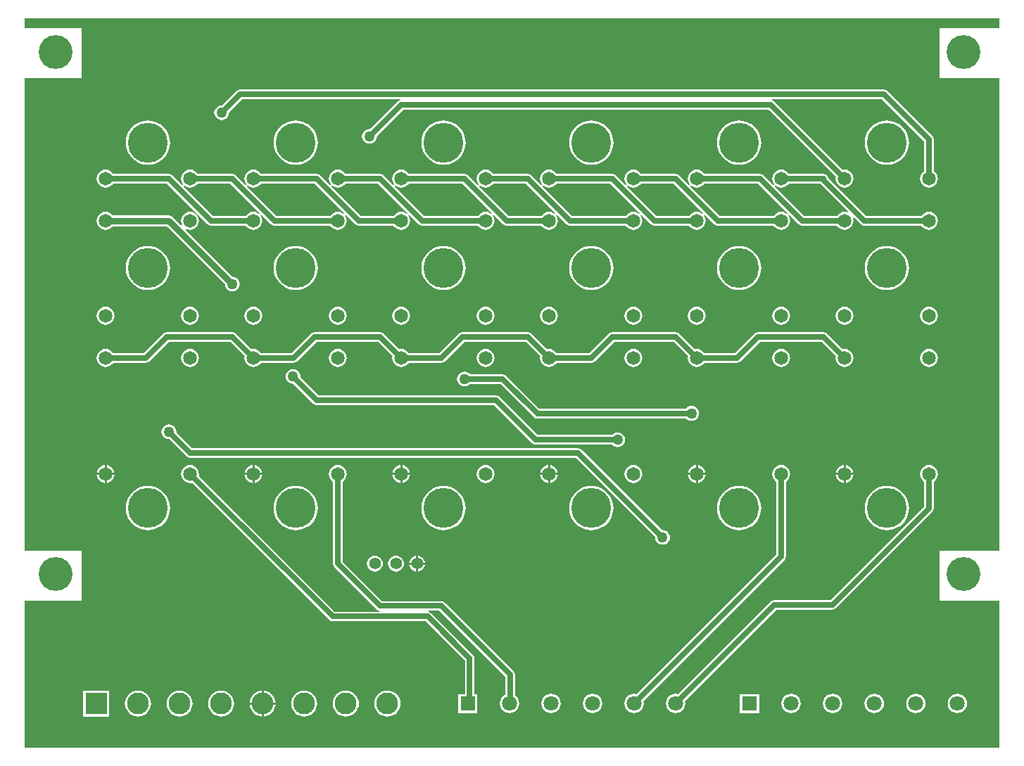
<source format=gbl>
G04*
G04 #@! TF.GenerationSoftware,Altium Limited,Altium Designer,19.1.8 (144)*
G04*
G04 Layer_Physical_Order=2*
G04 Layer_Color=16711680*
%FSLAX25Y25*%
%MOIN*%
G70*
G01*
G75*
%ADD23C,0.02500*%
%ADD24C,0.07087*%
%ADD25R,0.07087X0.07087*%
%ADD26C,0.06496*%
%ADD27C,0.18898*%
%ADD28C,0.05512*%
%ADD29C,0.10335*%
%ADD30R,0.10335X0.10335*%
%ADD31C,0.16000*%
%ADD32C,0.05000*%
%ADD33C,0.03000*%
G36*
X583471Y453750D02*
X555000D01*
Y430000D01*
X583471D01*
X583471Y206250D01*
X555000D01*
Y182500D01*
X583471D01*
X583471Y112779D01*
X121529D01*
X121529Y182500D01*
X148750D01*
Y206250D01*
X121529D01*
X121529Y430000D01*
X148750D01*
Y453750D01*
X121529D01*
Y458471D01*
X583471D01*
Y453750D01*
D02*
G37*
%LPC*%
G36*
X530000Y410068D02*
X528360Y409939D01*
X526761Y409555D01*
X525242Y408925D01*
X523839Y408066D01*
X522589Y406998D01*
X521521Y405747D01*
X520661Y404345D01*
X520032Y402825D01*
X519648Y401226D01*
X519519Y399587D01*
X519648Y397947D01*
X520032Y396348D01*
X520661Y394828D01*
X521521Y393426D01*
X522589Y392175D01*
X523839Y391107D01*
X525242Y390248D01*
X526761Y389618D01*
X528360Y389234D01*
X530000Y389106D01*
X531640Y389234D01*
X533239Y389618D01*
X534758Y390248D01*
X536161Y391107D01*
X537411Y392175D01*
X538479Y393426D01*
X539339Y394828D01*
X539968Y396348D01*
X540352Y397947D01*
X540481Y399587D01*
X540352Y401226D01*
X539968Y402825D01*
X539339Y404345D01*
X538479Y405747D01*
X537411Y406998D01*
X536161Y408066D01*
X534758Y408925D01*
X533239Y409555D01*
X531640Y409939D01*
X530000Y410068D01*
D02*
G37*
G36*
X460000D02*
X458360Y409939D01*
X456761Y409555D01*
X455242Y408925D01*
X453839Y408066D01*
X452589Y406998D01*
X451521Y405747D01*
X450661Y404345D01*
X450032Y402825D01*
X449648Y401226D01*
X449519Y399587D01*
X449648Y397947D01*
X450032Y396348D01*
X450661Y394828D01*
X451521Y393426D01*
X452589Y392175D01*
X453839Y391107D01*
X455242Y390248D01*
X456761Y389618D01*
X458360Y389234D01*
X460000Y389106D01*
X461640Y389234D01*
X463239Y389618D01*
X464758Y390248D01*
X466161Y391107D01*
X467411Y392175D01*
X468479Y393426D01*
X469339Y394828D01*
X469968Y396348D01*
X470352Y397947D01*
X470481Y399587D01*
X470352Y401226D01*
X469968Y402825D01*
X469339Y404345D01*
X468479Y405747D01*
X467411Y406998D01*
X466161Y408066D01*
X464758Y408925D01*
X463239Y409555D01*
X461640Y409939D01*
X460000Y410068D01*
D02*
G37*
G36*
X390000D02*
X388360Y409939D01*
X386761Y409555D01*
X385242Y408925D01*
X383839Y408066D01*
X382589Y406998D01*
X381521Y405747D01*
X380661Y404345D01*
X380032Y402825D01*
X379648Y401226D01*
X379519Y399587D01*
X379648Y397947D01*
X380032Y396348D01*
X380661Y394828D01*
X381521Y393426D01*
X382589Y392175D01*
X383839Y391107D01*
X385242Y390248D01*
X386761Y389618D01*
X388360Y389234D01*
X390000Y389106D01*
X391640Y389234D01*
X393239Y389618D01*
X394758Y390248D01*
X396161Y391107D01*
X397411Y392175D01*
X398479Y393426D01*
X399339Y394828D01*
X399968Y396348D01*
X400352Y397947D01*
X400481Y399587D01*
X400352Y401226D01*
X399968Y402825D01*
X399339Y404345D01*
X398479Y405747D01*
X397411Y406998D01*
X396161Y408066D01*
X394758Y408925D01*
X393239Y409555D01*
X391640Y409939D01*
X390000Y410068D01*
D02*
G37*
G36*
X320000D02*
X318360Y409939D01*
X316761Y409555D01*
X315242Y408925D01*
X313839Y408066D01*
X312589Y406998D01*
X311521Y405747D01*
X310661Y404345D01*
X310032Y402825D01*
X309648Y401226D01*
X309519Y399587D01*
X309648Y397947D01*
X310032Y396348D01*
X310661Y394828D01*
X311521Y393426D01*
X312589Y392175D01*
X313839Y391107D01*
X315242Y390248D01*
X316761Y389618D01*
X318360Y389234D01*
X320000Y389106D01*
X321640Y389234D01*
X323239Y389618D01*
X324758Y390248D01*
X326161Y391107D01*
X327411Y392175D01*
X328479Y393426D01*
X329339Y394828D01*
X329968Y396348D01*
X330352Y397947D01*
X330481Y399587D01*
X330352Y401226D01*
X329968Y402825D01*
X329339Y404345D01*
X328479Y405747D01*
X327411Y406998D01*
X326161Y408066D01*
X324758Y408925D01*
X323239Y409555D01*
X321640Y409939D01*
X320000Y410068D01*
D02*
G37*
G36*
X250000D02*
X248360Y409939D01*
X246761Y409555D01*
X245242Y408925D01*
X243839Y408066D01*
X242589Y406998D01*
X241521Y405747D01*
X240661Y404345D01*
X240032Y402825D01*
X239648Y401226D01*
X239519Y399587D01*
X239648Y397947D01*
X240032Y396348D01*
X240661Y394828D01*
X241521Y393426D01*
X242589Y392175D01*
X243839Y391107D01*
X245242Y390248D01*
X246761Y389618D01*
X248360Y389234D01*
X250000Y389106D01*
X251640Y389234D01*
X253239Y389618D01*
X254758Y390248D01*
X256161Y391107D01*
X257411Y392175D01*
X258479Y393426D01*
X259339Y394828D01*
X259968Y396348D01*
X260352Y397947D01*
X260481Y399587D01*
X260352Y401226D01*
X259968Y402825D01*
X259339Y404345D01*
X258479Y405747D01*
X257411Y406998D01*
X256161Y408066D01*
X254758Y408925D01*
X253239Y409555D01*
X251640Y409939D01*
X250000Y410068D01*
D02*
G37*
G36*
X180000D02*
X178360Y409939D01*
X176761Y409555D01*
X175242Y408925D01*
X173839Y408066D01*
X172589Y406998D01*
X171521Y405747D01*
X170661Y404345D01*
X170032Y402825D01*
X169648Y401226D01*
X169519Y399587D01*
X169648Y397947D01*
X170032Y396348D01*
X170661Y394828D01*
X171521Y393426D01*
X172589Y392175D01*
X173839Y391107D01*
X175242Y390248D01*
X176761Y389618D01*
X178360Y389234D01*
X180000Y389106D01*
X181640Y389234D01*
X183239Y389618D01*
X184758Y390248D01*
X186161Y391107D01*
X187411Y392175D01*
X188479Y393426D01*
X189339Y394828D01*
X189968Y396348D01*
X190352Y397947D01*
X190481Y399587D01*
X190352Y401226D01*
X189968Y402825D01*
X189339Y404345D01*
X188479Y405747D01*
X187411Y406998D01*
X186161Y408066D01*
X184758Y408925D01*
X183239Y409555D01*
X181640Y409939D01*
X180000Y410068D01*
D02*
G37*
G36*
X480000Y386785D02*
X478891Y386639D01*
X477858Y386211D01*
X476970Y385530D01*
X476289Y384642D01*
X475861Y383609D01*
X475715Y382500D01*
X475861Y381391D01*
X476289Y380358D01*
X476641Y379900D01*
X476537Y379588D01*
X476386Y379410D01*
X476332Y379412D01*
X471622Y384122D01*
X470878Y384619D01*
X470000Y384794D01*
X443594D01*
X443030Y385530D01*
X442142Y386211D01*
X441109Y386639D01*
X440000Y386785D01*
X438891Y386639D01*
X437858Y386211D01*
X436970Y385530D01*
X436289Y384642D01*
X435861Y383609D01*
X435715Y382500D01*
X435861Y381391D01*
X436289Y380358D01*
X436641Y379900D01*
X436537Y379588D01*
X436386Y379410D01*
X436332Y379412D01*
X431622Y384122D01*
X430878Y384619D01*
X430000Y384794D01*
X413594D01*
X413030Y385530D01*
X412142Y386211D01*
X411109Y386639D01*
X410000Y386785D01*
X408891Y386639D01*
X407858Y386211D01*
X406970Y385530D01*
X406289Y384642D01*
X405861Y383609D01*
X405715Y382500D01*
X405861Y381391D01*
X406289Y380358D01*
X406640Y379900D01*
X406537Y379588D01*
X406386Y379410D01*
X406332Y379412D01*
X401622Y384122D01*
X400878Y384619D01*
X400000Y384794D01*
X373594D01*
X373030Y385530D01*
X372142Y386211D01*
X371109Y386639D01*
X370000Y386785D01*
X368891Y386639D01*
X367858Y386211D01*
X366970Y385530D01*
X366289Y384642D01*
X365861Y383609D01*
X365715Y382500D01*
X365861Y381391D01*
X366289Y380358D01*
X366640Y379900D01*
X366537Y379588D01*
X366386Y379410D01*
X366332Y379412D01*
X361622Y384122D01*
X360878Y384619D01*
X360000Y384794D01*
X343594D01*
X343030Y385530D01*
X342142Y386211D01*
X341109Y386639D01*
X340000Y386785D01*
X338891Y386639D01*
X337858Y386211D01*
X336970Y385530D01*
X336289Y384642D01*
X335861Y383609D01*
X335715Y382500D01*
X335861Y381391D01*
X336289Y380358D01*
X336641Y379900D01*
X336537Y379588D01*
X336386Y379410D01*
X336332Y379412D01*
X331622Y384122D01*
X330878Y384619D01*
X330000Y384794D01*
X303594D01*
X303030Y385530D01*
X302142Y386211D01*
X301109Y386639D01*
X300000Y386785D01*
X298891Y386639D01*
X297858Y386211D01*
X296970Y385530D01*
X296289Y384642D01*
X295861Y383609D01*
X295715Y382500D01*
X295861Y381391D01*
X296289Y380358D01*
X296640Y379900D01*
X296537Y379588D01*
X296386Y379410D01*
X296332Y379412D01*
X291622Y384122D01*
X290878Y384619D01*
X290000Y384794D01*
X273594D01*
X273030Y385530D01*
X272142Y386211D01*
X271109Y386639D01*
X270000Y386785D01*
X268891Y386639D01*
X267858Y386211D01*
X266970Y385530D01*
X266289Y384642D01*
X265861Y383609D01*
X265715Y382500D01*
X265861Y381391D01*
X266289Y380358D01*
X266640Y379900D01*
X266537Y379588D01*
X266386Y379410D01*
X266332Y379412D01*
X261622Y384122D01*
X260878Y384619D01*
X260000Y384794D01*
X233594D01*
X233030Y385530D01*
X232142Y386211D01*
X231109Y386639D01*
X230000Y386785D01*
X228891Y386639D01*
X227858Y386211D01*
X226970Y385530D01*
X226289Y384642D01*
X225861Y383609D01*
X225715Y382500D01*
X225861Y381391D01*
X226289Y380358D01*
X226641Y379900D01*
X226537Y379588D01*
X226386Y379410D01*
X226332Y379412D01*
X221622Y384122D01*
X220878Y384619D01*
X220000Y384794D01*
X203594D01*
X203030Y385530D01*
X202142Y386211D01*
X201109Y386639D01*
X200000Y386785D01*
X198891Y386639D01*
X197858Y386211D01*
X196970Y385530D01*
X196289Y384642D01*
X195861Y383609D01*
X195715Y382500D01*
X195861Y381391D01*
X196289Y380358D01*
X196641Y379900D01*
X196537Y379588D01*
X196386Y379410D01*
X196332Y379412D01*
X191622Y384122D01*
X190878Y384619D01*
X190000Y384794D01*
X163594D01*
X163030Y385530D01*
X162142Y386211D01*
X161109Y386639D01*
X160000Y386785D01*
X158891Y386639D01*
X157858Y386211D01*
X156970Y385530D01*
X156289Y384642D01*
X155861Y383609D01*
X155715Y382500D01*
X155861Y381391D01*
X156289Y380358D01*
X156970Y379470D01*
X157858Y378789D01*
X158891Y378361D01*
X160000Y378215D01*
X161109Y378361D01*
X162142Y378789D01*
X163030Y379470D01*
X163594Y380206D01*
X189050D01*
X203313Y365942D01*
X202983Y365566D01*
X202699Y365784D01*
X202142Y366211D01*
X201109Y366639D01*
X200000Y366785D01*
X198891Y366639D01*
X197858Y366211D01*
X196970Y365530D01*
X196289Y364642D01*
X195861Y363609D01*
X195715Y362500D01*
X195861Y361391D01*
X196173Y360639D01*
X195749Y360356D01*
X191802Y364302D01*
X190975Y364855D01*
X190000Y365049D01*
X163399D01*
X163030Y365530D01*
X162142Y366211D01*
X161109Y366639D01*
X160000Y366785D01*
X158891Y366639D01*
X157858Y366211D01*
X156970Y365530D01*
X156289Y364642D01*
X155861Y363609D01*
X155715Y362500D01*
X155861Y361391D01*
X156289Y360358D01*
X156970Y359470D01*
X157858Y358789D01*
X158891Y358361D01*
X160000Y358215D01*
X161109Y358361D01*
X162142Y358789D01*
X163030Y359470D01*
X163399Y359951D01*
X188944D01*
X216481Y332414D01*
X216590Y331586D01*
X216943Y330735D01*
X217504Y330004D01*
X218235Y329443D01*
X219086Y329090D01*
X220000Y328970D01*
X220914Y329090D01*
X221765Y329443D01*
X222496Y330004D01*
X223057Y330735D01*
X223410Y331586D01*
X223530Y332500D01*
X223410Y333414D01*
X223057Y334265D01*
X222496Y334996D01*
X221765Y335557D01*
X220914Y335910D01*
X220086Y336019D01*
X197856Y358249D01*
X198139Y358673D01*
X198891Y358361D01*
X200000Y358215D01*
X201109Y358361D01*
X202142Y358789D01*
X203030Y359470D01*
X203711Y360358D01*
X204139Y361391D01*
X204285Y362500D01*
X204139Y363609D01*
X203711Y364642D01*
X203284Y365199D01*
X203066Y365483D01*
X203442Y365813D01*
X208378Y360878D01*
X209122Y360381D01*
X210000Y360206D01*
X226406D01*
X226970Y359470D01*
X227858Y358789D01*
X228891Y358361D01*
X230000Y358215D01*
X231109Y358361D01*
X232142Y358789D01*
X233030Y359470D01*
X233711Y360358D01*
X234139Y361391D01*
X234285Y362500D01*
X234139Y363609D01*
X233711Y364642D01*
X233360Y365100D01*
X233463Y365412D01*
X233614Y365590D01*
X233668Y365588D01*
X238378Y360878D01*
X239122Y360381D01*
X240000Y360206D01*
X266406D01*
X266970Y359470D01*
X267858Y358789D01*
X268891Y358361D01*
X270000Y358215D01*
X271109Y358361D01*
X272142Y358789D01*
X273030Y359470D01*
X273711Y360358D01*
X274139Y361391D01*
X274285Y362500D01*
X274139Y363609D01*
X273711Y364642D01*
X273359Y365100D01*
X273463Y365412D01*
X273614Y365590D01*
X273668Y365588D01*
X278378Y360878D01*
X279122Y360381D01*
X280000Y360206D01*
X296406D01*
X296970Y359470D01*
X297858Y358789D01*
X298891Y358361D01*
X300000Y358215D01*
X301109Y358361D01*
X302142Y358789D01*
X303030Y359470D01*
X303711Y360358D01*
X304139Y361391D01*
X304285Y362500D01*
X304139Y363609D01*
X303711Y364642D01*
X303360Y365100D01*
X303463Y365412D01*
X303614Y365590D01*
X303668Y365588D01*
X308378Y360878D01*
X309122Y360381D01*
X310000Y360206D01*
X336406D01*
X336970Y359470D01*
X337858Y358789D01*
X338891Y358361D01*
X340000Y358215D01*
X341109Y358361D01*
X342142Y358789D01*
X343030Y359470D01*
X343711Y360358D01*
X344139Y361391D01*
X344285Y362500D01*
X344139Y363609D01*
X343711Y364642D01*
X343359Y365100D01*
X343463Y365412D01*
X343614Y365590D01*
X343668Y365588D01*
X348378Y360878D01*
X349122Y360381D01*
X350000Y360206D01*
X366406D01*
X366970Y359470D01*
X367858Y358789D01*
X368891Y358361D01*
X370000Y358215D01*
X371109Y358361D01*
X372142Y358789D01*
X373030Y359470D01*
X373711Y360358D01*
X374139Y361391D01*
X374285Y362500D01*
X374139Y363609D01*
X373711Y364642D01*
X373359Y365100D01*
X373463Y365412D01*
X373614Y365590D01*
X373668Y365588D01*
X378378Y360878D01*
X379122Y360381D01*
X380000Y360206D01*
X406406D01*
X406970Y359470D01*
X407858Y358789D01*
X408891Y358361D01*
X410000Y358215D01*
X411109Y358361D01*
X412142Y358789D01*
X413030Y359470D01*
X413711Y360358D01*
X414139Y361391D01*
X414285Y362500D01*
X414139Y363609D01*
X413711Y364642D01*
X413359Y365100D01*
X413463Y365412D01*
X413614Y365590D01*
X413668Y365588D01*
X418378Y360878D01*
X419122Y360381D01*
X420000Y360206D01*
X436406D01*
X436970Y359470D01*
X437858Y358789D01*
X438891Y358361D01*
X440000Y358215D01*
X441109Y358361D01*
X442142Y358789D01*
X443030Y359470D01*
X443711Y360358D01*
X444139Y361391D01*
X444285Y362500D01*
X444139Y363609D01*
X443711Y364642D01*
X443360Y365100D01*
X443463Y365412D01*
X443614Y365590D01*
X443668Y365588D01*
X448378Y360878D01*
X449122Y360381D01*
X450000Y360206D01*
X476406D01*
X476970Y359470D01*
X477858Y358789D01*
X478891Y358361D01*
X480000Y358215D01*
X481109Y358361D01*
X482142Y358789D01*
X483030Y359470D01*
X483711Y360358D01*
X484139Y361391D01*
X484285Y362500D01*
X484139Y363609D01*
X483711Y364642D01*
X483359Y365100D01*
X483463Y365412D01*
X483614Y365590D01*
X483668Y365588D01*
X488378Y360878D01*
X489122Y360381D01*
X490000Y360206D01*
X506406D01*
X506970Y359470D01*
X507858Y358789D01*
X508891Y358361D01*
X510000Y358215D01*
X511109Y358361D01*
X512142Y358789D01*
X513030Y359470D01*
X513711Y360358D01*
X514139Y361391D01*
X514285Y362500D01*
X514139Y363609D01*
X514074Y363765D01*
X514498Y364049D01*
X517668Y360878D01*
X518413Y360381D01*
X519291Y360206D01*
X546406D01*
X546970Y359470D01*
X547858Y358789D01*
X548891Y358361D01*
X550000Y358215D01*
X551109Y358361D01*
X552142Y358789D01*
X553030Y359470D01*
X553711Y360358D01*
X554139Y361391D01*
X554285Y362500D01*
X554139Y363609D01*
X553711Y364642D01*
X553030Y365530D01*
X552142Y366211D01*
X551109Y366639D01*
X550000Y366785D01*
X548891Y366639D01*
X547858Y366211D01*
X546970Y365530D01*
X546406Y364794D01*
X520241D01*
X502234Y382801D01*
X502119Y383378D01*
X501622Y384122D01*
X500878Y384619D01*
X500000Y384794D01*
X483594D01*
X483030Y385530D01*
X482142Y386211D01*
X481109Y386639D01*
X480000Y386785D01*
D02*
G37*
G36*
X528750Y424794D02*
X223750D01*
X222872Y424619D01*
X222128Y424122D01*
X215253Y417247D01*
X215000Y417280D01*
X214086Y417160D01*
X213235Y416807D01*
X212504Y416246D01*
X211943Y415515D01*
X211590Y414664D01*
X211470Y413750D01*
X211590Y412836D01*
X211943Y411985D01*
X212504Y411254D01*
X213235Y410693D01*
X214086Y410340D01*
X215000Y410220D01*
X215914Y410340D01*
X216765Y410693D01*
X217496Y411254D01*
X218057Y411985D01*
X218410Y412836D01*
X218530Y413750D01*
X218497Y414003D01*
X224700Y420206D01*
X299507D01*
X299557Y419706D01*
X299122Y419619D01*
X298378Y419122D01*
X285253Y405997D01*
X285000Y406030D01*
X284086Y405910D01*
X283235Y405557D01*
X282504Y404996D01*
X281943Y404265D01*
X281590Y403414D01*
X281470Y402500D01*
X281590Y401586D01*
X281943Y400735D01*
X282504Y400004D01*
X283235Y399443D01*
X284086Y399090D01*
X285000Y398970D01*
X285914Y399090D01*
X286765Y399443D01*
X287496Y400004D01*
X288057Y400735D01*
X288410Y401586D01*
X288530Y402500D01*
X288497Y402753D01*
X300950Y415206D01*
X474050D01*
X505836Y383419D01*
X505715Y382500D01*
X505861Y381391D01*
X506289Y380358D01*
X506970Y379470D01*
X507858Y378789D01*
X508891Y378361D01*
X510000Y378215D01*
X511109Y378361D01*
X512142Y378789D01*
X513030Y379470D01*
X513711Y380358D01*
X514139Y381391D01*
X514285Y382500D01*
X514139Y383609D01*
X513711Y384642D01*
X513030Y385530D01*
X512142Y386211D01*
X511109Y386639D01*
X510000Y386785D01*
X509081Y386664D01*
X476622Y419122D01*
X475878Y419619D01*
X475443Y419706D01*
X475492Y420206D01*
X527800D01*
X547706Y400300D01*
Y386094D01*
X546970Y385530D01*
X546289Y384642D01*
X545861Y383609D01*
X545715Y382500D01*
X545861Y381391D01*
X546289Y380358D01*
X546970Y379470D01*
X547858Y378789D01*
X548891Y378361D01*
X550000Y378215D01*
X551109Y378361D01*
X552142Y378789D01*
X553030Y379470D01*
X553711Y380358D01*
X554139Y381391D01*
X554285Y382500D01*
X554139Y383609D01*
X553711Y384642D01*
X553030Y385530D01*
X552294Y386094D01*
Y401250D01*
X552119Y402128D01*
X551622Y402872D01*
X530372Y424122D01*
X529628Y424619D01*
X528750Y424794D01*
D02*
G37*
G36*
X530000Y350619D02*
X528360Y350490D01*
X526761Y350106D01*
X525242Y349477D01*
X523839Y348617D01*
X522589Y347549D01*
X521521Y346298D01*
X520661Y344896D01*
X520032Y343377D01*
X519648Y341777D01*
X519519Y340138D01*
X519648Y338498D01*
X520032Y336899D01*
X520661Y335380D01*
X521521Y333977D01*
X522589Y332727D01*
X523839Y331658D01*
X525242Y330799D01*
X526761Y330170D01*
X528360Y329786D01*
X530000Y329657D01*
X531640Y329786D01*
X533239Y330170D01*
X534758Y330799D01*
X536161Y331658D01*
X537411Y332727D01*
X538479Y333977D01*
X539339Y335380D01*
X539968Y336899D01*
X540352Y338498D01*
X540481Y340138D01*
X540352Y341777D01*
X539968Y343377D01*
X539339Y344896D01*
X538479Y346298D01*
X537411Y347549D01*
X536161Y348617D01*
X534758Y349477D01*
X533239Y350106D01*
X531640Y350490D01*
X530000Y350619D01*
D02*
G37*
G36*
X460000D02*
X458360Y350490D01*
X456761Y350106D01*
X455242Y349477D01*
X453839Y348617D01*
X452589Y347549D01*
X451521Y346298D01*
X450661Y344896D01*
X450032Y343377D01*
X449648Y341777D01*
X449519Y340138D01*
X449648Y338498D01*
X450032Y336899D01*
X450661Y335380D01*
X451521Y333977D01*
X452589Y332727D01*
X453839Y331658D01*
X455242Y330799D01*
X456761Y330170D01*
X458360Y329786D01*
X460000Y329657D01*
X461640Y329786D01*
X463239Y330170D01*
X464758Y330799D01*
X466161Y331658D01*
X467411Y332727D01*
X468479Y333977D01*
X469339Y335380D01*
X469968Y336899D01*
X470352Y338498D01*
X470481Y340138D01*
X470352Y341777D01*
X469968Y343377D01*
X469339Y344896D01*
X468479Y346298D01*
X467411Y347549D01*
X466161Y348617D01*
X464758Y349477D01*
X463239Y350106D01*
X461640Y350490D01*
X460000Y350619D01*
D02*
G37*
G36*
X390000D02*
X388360Y350490D01*
X386761Y350106D01*
X385242Y349477D01*
X383839Y348617D01*
X382589Y347549D01*
X381521Y346298D01*
X380661Y344896D01*
X380032Y343377D01*
X379648Y341777D01*
X379519Y340138D01*
X379648Y338498D01*
X380032Y336899D01*
X380661Y335380D01*
X381521Y333977D01*
X382589Y332727D01*
X383839Y331658D01*
X385242Y330799D01*
X386761Y330170D01*
X388360Y329786D01*
X390000Y329657D01*
X391640Y329786D01*
X393239Y330170D01*
X394758Y330799D01*
X396161Y331658D01*
X397411Y332727D01*
X398479Y333977D01*
X399339Y335380D01*
X399968Y336899D01*
X400352Y338498D01*
X400481Y340138D01*
X400352Y341777D01*
X399968Y343377D01*
X399339Y344896D01*
X398479Y346298D01*
X397411Y347549D01*
X396161Y348617D01*
X394758Y349477D01*
X393239Y350106D01*
X391640Y350490D01*
X390000Y350619D01*
D02*
G37*
G36*
X320000D02*
X318360Y350490D01*
X316761Y350106D01*
X315242Y349477D01*
X313839Y348617D01*
X312589Y347549D01*
X311521Y346298D01*
X310661Y344896D01*
X310032Y343377D01*
X309648Y341777D01*
X309519Y340138D01*
X309648Y338498D01*
X310032Y336899D01*
X310661Y335380D01*
X311521Y333977D01*
X312589Y332727D01*
X313839Y331658D01*
X315242Y330799D01*
X316761Y330170D01*
X318360Y329786D01*
X320000Y329657D01*
X321640Y329786D01*
X323239Y330170D01*
X324758Y330799D01*
X326161Y331658D01*
X327411Y332727D01*
X328479Y333977D01*
X329339Y335380D01*
X329968Y336899D01*
X330352Y338498D01*
X330481Y340138D01*
X330352Y341777D01*
X329968Y343377D01*
X329339Y344896D01*
X328479Y346298D01*
X327411Y347549D01*
X326161Y348617D01*
X324758Y349477D01*
X323239Y350106D01*
X321640Y350490D01*
X320000Y350619D01*
D02*
G37*
G36*
X250000D02*
X248360Y350490D01*
X246761Y350106D01*
X245242Y349477D01*
X243839Y348617D01*
X242589Y347549D01*
X241521Y346298D01*
X240661Y344896D01*
X240032Y343377D01*
X239648Y341777D01*
X239519Y340138D01*
X239648Y338498D01*
X240032Y336899D01*
X240661Y335380D01*
X241521Y333977D01*
X242589Y332727D01*
X243839Y331658D01*
X245242Y330799D01*
X246761Y330170D01*
X248360Y329786D01*
X250000Y329657D01*
X251640Y329786D01*
X253239Y330170D01*
X254758Y330799D01*
X256161Y331658D01*
X257411Y332727D01*
X258479Y333977D01*
X259339Y335380D01*
X259968Y336899D01*
X260352Y338498D01*
X260481Y340138D01*
X260352Y341777D01*
X259968Y343377D01*
X259339Y344896D01*
X258479Y346298D01*
X257411Y347549D01*
X256161Y348617D01*
X254758Y349477D01*
X253239Y350106D01*
X251640Y350490D01*
X250000Y350619D01*
D02*
G37*
G36*
X180000D02*
X178360Y350490D01*
X176761Y350106D01*
X175242Y349477D01*
X173839Y348617D01*
X172589Y347549D01*
X171521Y346298D01*
X170661Y344896D01*
X170032Y343377D01*
X169648Y341777D01*
X169519Y340138D01*
X169648Y338498D01*
X170032Y336899D01*
X170661Y335380D01*
X171521Y333977D01*
X172589Y332727D01*
X173839Y331658D01*
X175242Y330799D01*
X176761Y330170D01*
X178360Y329786D01*
X180000Y329657D01*
X181640Y329786D01*
X183239Y330170D01*
X184758Y330799D01*
X186161Y331658D01*
X187411Y332727D01*
X188479Y333977D01*
X189339Y335380D01*
X189968Y336899D01*
X190352Y338498D01*
X190481Y340138D01*
X190352Y341777D01*
X189968Y343377D01*
X189339Y344896D01*
X188479Y346298D01*
X187411Y347549D01*
X186161Y348617D01*
X184758Y349477D01*
X183239Y350106D01*
X181640Y350490D01*
X180000Y350619D01*
D02*
G37*
G36*
X550000Y321785D02*
X548891Y321639D01*
X547858Y321211D01*
X546970Y320530D01*
X546289Y319642D01*
X545861Y318609D01*
X545715Y317500D01*
X545861Y316391D01*
X546289Y315358D01*
X546970Y314470D01*
X547858Y313789D01*
X548891Y313361D01*
X550000Y313215D01*
X551109Y313361D01*
X552142Y313789D01*
X553030Y314470D01*
X553711Y315358D01*
X554139Y316391D01*
X554285Y317500D01*
X554139Y318609D01*
X553711Y319642D01*
X553030Y320530D01*
X552142Y321211D01*
X551109Y321639D01*
X550000Y321785D01*
D02*
G37*
G36*
X510000D02*
X508891Y321639D01*
X507858Y321211D01*
X506970Y320530D01*
X506289Y319642D01*
X505861Y318609D01*
X505715Y317500D01*
X505861Y316391D01*
X506289Y315358D01*
X506970Y314470D01*
X507858Y313789D01*
X508891Y313361D01*
X510000Y313215D01*
X511109Y313361D01*
X512142Y313789D01*
X513030Y314470D01*
X513711Y315358D01*
X514139Y316391D01*
X514285Y317500D01*
X514139Y318609D01*
X513711Y319642D01*
X513030Y320530D01*
X512142Y321211D01*
X511109Y321639D01*
X510000Y321785D01*
D02*
G37*
G36*
X480000D02*
X478891Y321639D01*
X477858Y321211D01*
X476970Y320530D01*
X476289Y319642D01*
X475861Y318609D01*
X475715Y317500D01*
X475861Y316391D01*
X476289Y315358D01*
X476970Y314470D01*
X477858Y313789D01*
X478891Y313361D01*
X480000Y313215D01*
X481109Y313361D01*
X482142Y313789D01*
X483030Y314470D01*
X483711Y315358D01*
X484139Y316391D01*
X484285Y317500D01*
X484139Y318609D01*
X483711Y319642D01*
X483030Y320530D01*
X482142Y321211D01*
X481109Y321639D01*
X480000Y321785D01*
D02*
G37*
G36*
X440000D02*
X438891Y321639D01*
X437858Y321211D01*
X436970Y320530D01*
X436289Y319642D01*
X435861Y318609D01*
X435715Y317500D01*
X435861Y316391D01*
X436289Y315358D01*
X436970Y314470D01*
X437858Y313789D01*
X438891Y313361D01*
X440000Y313215D01*
X441109Y313361D01*
X442142Y313789D01*
X443030Y314470D01*
X443711Y315358D01*
X444139Y316391D01*
X444285Y317500D01*
X444139Y318609D01*
X443711Y319642D01*
X443030Y320530D01*
X442142Y321211D01*
X441109Y321639D01*
X440000Y321785D01*
D02*
G37*
G36*
X410000D02*
X408891Y321639D01*
X407858Y321211D01*
X406970Y320530D01*
X406289Y319642D01*
X405861Y318609D01*
X405715Y317500D01*
X405861Y316391D01*
X406289Y315358D01*
X406970Y314470D01*
X407858Y313789D01*
X408891Y313361D01*
X410000Y313215D01*
X411109Y313361D01*
X412142Y313789D01*
X413030Y314470D01*
X413711Y315358D01*
X414139Y316391D01*
X414285Y317500D01*
X414139Y318609D01*
X413711Y319642D01*
X413030Y320530D01*
X412142Y321211D01*
X411109Y321639D01*
X410000Y321785D01*
D02*
G37*
G36*
X370000D02*
X368891Y321639D01*
X367858Y321211D01*
X366970Y320530D01*
X366289Y319642D01*
X365861Y318609D01*
X365715Y317500D01*
X365861Y316391D01*
X366289Y315358D01*
X366970Y314470D01*
X367858Y313789D01*
X368891Y313361D01*
X370000Y313215D01*
X371109Y313361D01*
X372142Y313789D01*
X373030Y314470D01*
X373711Y315358D01*
X374139Y316391D01*
X374285Y317500D01*
X374139Y318609D01*
X373711Y319642D01*
X373030Y320530D01*
X372142Y321211D01*
X371109Y321639D01*
X370000Y321785D01*
D02*
G37*
G36*
X340000D02*
X338891Y321639D01*
X337858Y321211D01*
X336970Y320530D01*
X336289Y319642D01*
X335861Y318609D01*
X335715Y317500D01*
X335861Y316391D01*
X336289Y315358D01*
X336970Y314470D01*
X337858Y313789D01*
X338891Y313361D01*
X340000Y313215D01*
X341109Y313361D01*
X342142Y313789D01*
X343030Y314470D01*
X343711Y315358D01*
X344139Y316391D01*
X344285Y317500D01*
X344139Y318609D01*
X343711Y319642D01*
X343030Y320530D01*
X342142Y321211D01*
X341109Y321639D01*
X340000Y321785D01*
D02*
G37*
G36*
X300000D02*
X298891Y321639D01*
X297858Y321211D01*
X296970Y320530D01*
X296289Y319642D01*
X295861Y318609D01*
X295715Y317500D01*
X295861Y316391D01*
X296289Y315358D01*
X296970Y314470D01*
X297858Y313789D01*
X298891Y313361D01*
X300000Y313215D01*
X301109Y313361D01*
X302142Y313789D01*
X303030Y314470D01*
X303711Y315358D01*
X304139Y316391D01*
X304285Y317500D01*
X304139Y318609D01*
X303711Y319642D01*
X303030Y320530D01*
X302142Y321211D01*
X301109Y321639D01*
X300000Y321785D01*
D02*
G37*
G36*
X270000D02*
X268891Y321639D01*
X267858Y321211D01*
X266970Y320530D01*
X266289Y319642D01*
X265861Y318609D01*
X265715Y317500D01*
X265861Y316391D01*
X266289Y315358D01*
X266970Y314470D01*
X267858Y313789D01*
X268891Y313361D01*
X270000Y313215D01*
X271109Y313361D01*
X272142Y313789D01*
X273030Y314470D01*
X273711Y315358D01*
X274139Y316391D01*
X274285Y317500D01*
X274139Y318609D01*
X273711Y319642D01*
X273030Y320530D01*
X272142Y321211D01*
X271109Y321639D01*
X270000Y321785D01*
D02*
G37*
G36*
X230000D02*
X228891Y321639D01*
X227858Y321211D01*
X226970Y320530D01*
X226289Y319642D01*
X225861Y318609D01*
X225715Y317500D01*
X225861Y316391D01*
X226289Y315358D01*
X226970Y314470D01*
X227858Y313789D01*
X228891Y313361D01*
X230000Y313215D01*
X231109Y313361D01*
X232142Y313789D01*
X233030Y314470D01*
X233711Y315358D01*
X234139Y316391D01*
X234285Y317500D01*
X234139Y318609D01*
X233711Y319642D01*
X233030Y320530D01*
X232142Y321211D01*
X231109Y321639D01*
X230000Y321785D01*
D02*
G37*
G36*
X200000D02*
X198891Y321639D01*
X197858Y321211D01*
X196970Y320530D01*
X196289Y319642D01*
X195861Y318609D01*
X195715Y317500D01*
X195861Y316391D01*
X196289Y315358D01*
X196970Y314470D01*
X197858Y313789D01*
X198891Y313361D01*
X200000Y313215D01*
X201109Y313361D01*
X202142Y313789D01*
X203030Y314470D01*
X203711Y315358D01*
X204139Y316391D01*
X204285Y317500D01*
X204139Y318609D01*
X203711Y319642D01*
X203030Y320530D01*
X202142Y321211D01*
X201109Y321639D01*
X200000Y321785D01*
D02*
G37*
G36*
X160000D02*
X158891Y321639D01*
X157858Y321211D01*
X156970Y320530D01*
X156289Y319642D01*
X155861Y318609D01*
X155715Y317500D01*
X155861Y316391D01*
X156289Y315358D01*
X156970Y314470D01*
X157858Y313789D01*
X158891Y313361D01*
X160000Y313215D01*
X161109Y313361D01*
X162142Y313789D01*
X163030Y314470D01*
X163711Y315358D01*
X164139Y316391D01*
X164285Y317500D01*
X164139Y318609D01*
X163711Y319642D01*
X163030Y320530D01*
X162142Y321211D01*
X161109Y321639D01*
X160000Y321785D01*
D02*
G37*
G36*
X500000Y309794D02*
X468930D01*
X468052Y309619D01*
X467308Y309122D01*
X457980Y299794D01*
X443594D01*
X443030Y300530D01*
X442142Y301211D01*
X441109Y301639D01*
X440000Y301785D01*
X439081Y301664D01*
X431622Y309122D01*
X430878Y309619D01*
X430000Y309794D01*
X400000D01*
X399122Y309619D01*
X398378Y309122D01*
X389050Y299794D01*
X373594D01*
X373030Y300530D01*
X372142Y301211D01*
X371109Y301639D01*
X370000Y301785D01*
X369081Y301664D01*
X361622Y309122D01*
X360878Y309619D01*
X360000Y309794D01*
X328930D01*
X328052Y309619D01*
X327308Y309122D01*
X317980Y299794D01*
X303594D01*
X303030Y300530D01*
X302142Y301211D01*
X301109Y301639D01*
X300000Y301785D01*
X299081Y301664D01*
X291622Y309122D01*
X290878Y309619D01*
X290000Y309794D01*
X258930D01*
X258052Y309619D01*
X257308Y309122D01*
X247980Y299794D01*
X233594D01*
X233030Y300530D01*
X232142Y301211D01*
X231109Y301639D01*
X230000Y301785D01*
X229081Y301664D01*
X221622Y309122D01*
X220878Y309619D01*
X220000Y309794D01*
X188930D01*
X188052Y309619D01*
X187308Y309122D01*
X177980Y299794D01*
X163594D01*
X163030Y300530D01*
X162142Y301211D01*
X161109Y301639D01*
X160000Y301785D01*
X158891Y301639D01*
X157858Y301211D01*
X156970Y300530D01*
X156289Y299642D01*
X155861Y298609D01*
X155715Y297500D01*
X155861Y296391D01*
X156289Y295358D01*
X156970Y294470D01*
X157858Y293789D01*
X158891Y293361D01*
X160000Y293215D01*
X161109Y293361D01*
X162142Y293789D01*
X163030Y294470D01*
X163594Y295206D01*
X178930D01*
X179808Y295380D01*
X180552Y295878D01*
X189881Y305206D01*
X219050D01*
X225836Y298419D01*
X225715Y297500D01*
X225861Y296391D01*
X226289Y295358D01*
X226970Y294470D01*
X227858Y293789D01*
X228891Y293361D01*
X230000Y293215D01*
X231109Y293361D01*
X232142Y293789D01*
X233030Y294470D01*
X233594Y295206D01*
X248930D01*
X249808Y295380D01*
X250553Y295878D01*
X259881Y305206D01*
X289050D01*
X295836Y298419D01*
X295715Y297500D01*
X295861Y296391D01*
X296289Y295358D01*
X296970Y294470D01*
X297858Y293789D01*
X298891Y293361D01*
X300000Y293215D01*
X301109Y293361D01*
X302142Y293789D01*
X303030Y294470D01*
X303594Y295206D01*
X318930D01*
X319808Y295380D01*
X320552Y295878D01*
X329881Y305206D01*
X359050D01*
X365836Y298419D01*
X365715Y297500D01*
X365861Y296391D01*
X366289Y295358D01*
X366970Y294470D01*
X367858Y293789D01*
X368891Y293361D01*
X370000Y293215D01*
X371109Y293361D01*
X372142Y293789D01*
X373030Y294470D01*
X373594Y295206D01*
X390000D01*
X390878Y295380D01*
X391622Y295878D01*
X400950Y305206D01*
X429050D01*
X435836Y298419D01*
X435715Y297500D01*
X435861Y296391D01*
X436289Y295358D01*
X436970Y294470D01*
X437858Y293789D01*
X438891Y293361D01*
X440000Y293215D01*
X441109Y293361D01*
X442142Y293789D01*
X443030Y294470D01*
X443594Y295206D01*
X458930D01*
X459808Y295380D01*
X460553Y295878D01*
X469881Y305206D01*
X499050D01*
X505836Y298419D01*
X505715Y297500D01*
X505861Y296391D01*
X506289Y295358D01*
X506970Y294470D01*
X507858Y293789D01*
X508891Y293361D01*
X510000Y293215D01*
X511109Y293361D01*
X512142Y293789D01*
X513030Y294470D01*
X513711Y295358D01*
X514139Y296391D01*
X514285Y297500D01*
X514139Y298609D01*
X513711Y299642D01*
X513030Y300530D01*
X512142Y301211D01*
X511109Y301639D01*
X510000Y301785D01*
X509081Y301664D01*
X501622Y309122D01*
X500878Y309619D01*
X500000Y309794D01*
D02*
G37*
G36*
X550000Y301785D02*
X548891Y301639D01*
X547858Y301211D01*
X546970Y300530D01*
X546289Y299642D01*
X545861Y298609D01*
X545715Y297500D01*
X545861Y296391D01*
X546289Y295358D01*
X546970Y294470D01*
X547858Y293789D01*
X548891Y293361D01*
X550000Y293215D01*
X551109Y293361D01*
X552142Y293789D01*
X553030Y294470D01*
X553711Y295358D01*
X554139Y296391D01*
X554285Y297500D01*
X554139Y298609D01*
X553711Y299642D01*
X553030Y300530D01*
X552142Y301211D01*
X551109Y301639D01*
X550000Y301785D01*
D02*
G37*
G36*
X480000D02*
X478891Y301639D01*
X477858Y301211D01*
X476970Y300530D01*
X476289Y299642D01*
X475861Y298609D01*
X475715Y297500D01*
X475861Y296391D01*
X476289Y295358D01*
X476970Y294470D01*
X477858Y293789D01*
X478891Y293361D01*
X480000Y293215D01*
X481109Y293361D01*
X482142Y293789D01*
X483030Y294470D01*
X483711Y295358D01*
X484139Y296391D01*
X484285Y297500D01*
X484139Y298609D01*
X483711Y299642D01*
X483030Y300530D01*
X482142Y301211D01*
X481109Y301639D01*
X480000Y301785D01*
D02*
G37*
G36*
X410000D02*
X408891Y301639D01*
X407858Y301211D01*
X406970Y300530D01*
X406289Y299642D01*
X405861Y298609D01*
X405715Y297500D01*
X405861Y296391D01*
X406289Y295358D01*
X406970Y294470D01*
X407858Y293789D01*
X408891Y293361D01*
X410000Y293215D01*
X411109Y293361D01*
X412142Y293789D01*
X413030Y294470D01*
X413711Y295358D01*
X414139Y296391D01*
X414285Y297500D01*
X414139Y298609D01*
X413711Y299642D01*
X413030Y300530D01*
X412142Y301211D01*
X411109Y301639D01*
X410000Y301785D01*
D02*
G37*
G36*
X340000D02*
X338891Y301639D01*
X337858Y301211D01*
X336970Y300530D01*
X336289Y299642D01*
X335861Y298609D01*
X335715Y297500D01*
X335861Y296391D01*
X336289Y295358D01*
X336970Y294470D01*
X337858Y293789D01*
X338891Y293361D01*
X340000Y293215D01*
X341109Y293361D01*
X342142Y293789D01*
X343030Y294470D01*
X343711Y295358D01*
X344139Y296391D01*
X344285Y297500D01*
X344139Y298609D01*
X343711Y299642D01*
X343030Y300530D01*
X342142Y301211D01*
X341109Y301639D01*
X340000Y301785D01*
D02*
G37*
G36*
X270000D02*
X268891Y301639D01*
X267858Y301211D01*
X266970Y300530D01*
X266289Y299642D01*
X265861Y298609D01*
X265715Y297500D01*
X265861Y296391D01*
X266289Y295358D01*
X266970Y294470D01*
X267858Y293789D01*
X268891Y293361D01*
X270000Y293215D01*
X271109Y293361D01*
X272142Y293789D01*
X273030Y294470D01*
X273711Y295358D01*
X274139Y296391D01*
X274285Y297500D01*
X274139Y298609D01*
X273711Y299642D01*
X273030Y300530D01*
X272142Y301211D01*
X271109Y301639D01*
X270000Y301785D01*
D02*
G37*
G36*
X200000D02*
X198891Y301639D01*
X197858Y301211D01*
X196970Y300530D01*
X196289Y299642D01*
X195861Y298609D01*
X195715Y297500D01*
X195861Y296391D01*
X196289Y295358D01*
X196970Y294470D01*
X197858Y293789D01*
X198891Y293361D01*
X200000Y293215D01*
X201109Y293361D01*
X202142Y293789D01*
X203030Y294470D01*
X203711Y295358D01*
X204139Y296391D01*
X204285Y297500D01*
X204139Y298609D01*
X203711Y299642D01*
X203030Y300530D01*
X202142Y301211D01*
X201109Y301639D01*
X200000Y301785D01*
D02*
G37*
G36*
X330000Y291030D02*
X329086Y290910D01*
X328235Y290557D01*
X327504Y289996D01*
X326943Y289265D01*
X326590Y288414D01*
X326470Y287500D01*
X326590Y286586D01*
X326943Y285735D01*
X327504Y285004D01*
X328235Y284443D01*
X329086Y284090D01*
X330000Y283970D01*
X330914Y284090D01*
X331765Y284443D01*
X332496Y285004D01*
X332651Y285206D01*
X347087D01*
X362880Y269413D01*
X363624Y268916D01*
X364502Y268741D01*
X365380Y268916D01*
X365440Y268956D01*
X434849D01*
X435004Y268754D01*
X435735Y268193D01*
X436586Y267840D01*
X437500Y267720D01*
X438414Y267840D01*
X439265Y268193D01*
X439996Y268754D01*
X440557Y269485D01*
X440910Y270336D01*
X441030Y271250D01*
X440910Y272164D01*
X440557Y273015D01*
X439996Y273746D01*
X439265Y274307D01*
X438414Y274660D01*
X437500Y274780D01*
X436586Y274660D01*
X435735Y274307D01*
X435004Y273746D01*
X434849Y273544D01*
X365238D01*
X349660Y289122D01*
X348915Y289619D01*
X348038Y289794D01*
X332651D01*
X332496Y289996D01*
X331765Y290557D01*
X330914Y290910D01*
X330000Y291030D01*
D02*
G37*
G36*
X248750Y292280D02*
X247836Y292160D01*
X246985Y291807D01*
X246254Y291246D01*
X245693Y290515D01*
X245340Y289664D01*
X245220Y288750D01*
X245340Y287836D01*
X245693Y286985D01*
X246254Y286254D01*
X246985Y285693D01*
X247836Y285340D01*
X248750Y285220D01*
X249003Y285253D01*
X258378Y275878D01*
X259122Y275380D01*
X260000Y275206D01*
X344050D01*
X362128Y257128D01*
X362872Y256630D01*
X363750Y256456D01*
X399849D01*
X400004Y256254D01*
X400735Y255693D01*
X401586Y255340D01*
X402500Y255220D01*
X403414Y255340D01*
X404265Y255693D01*
X404996Y256254D01*
X405557Y256985D01*
X405910Y257836D01*
X406030Y258750D01*
X405910Y259664D01*
X405557Y260515D01*
X404996Y261246D01*
X404265Y261807D01*
X403414Y262160D01*
X402500Y262280D01*
X401586Y262160D01*
X400735Y261807D01*
X400004Y261246D01*
X399849Y261044D01*
X364700D01*
X346622Y279122D01*
X345878Y279620D01*
X345000Y279794D01*
X260950D01*
X252247Y288497D01*
X252280Y288750D01*
X252160Y289664D01*
X251807Y290515D01*
X251246Y291246D01*
X250515Y291807D01*
X249664Y292160D01*
X248750Y292280D01*
D02*
G37*
G36*
X510500Y246719D02*
Y243000D01*
X514219D01*
X514139Y243609D01*
X513711Y244642D01*
X513030Y245530D01*
X512142Y246211D01*
X511109Y246639D01*
X510500Y246719D01*
D02*
G37*
G36*
X440500D02*
Y243000D01*
X444219D01*
X444139Y243609D01*
X443711Y244642D01*
X443030Y245530D01*
X442142Y246211D01*
X441109Y246639D01*
X440500Y246719D01*
D02*
G37*
G36*
X370500D02*
Y243000D01*
X374219D01*
X374139Y243609D01*
X373711Y244642D01*
X373030Y245530D01*
X372142Y246211D01*
X371109Y246639D01*
X370500Y246719D01*
D02*
G37*
G36*
X300500D02*
Y243000D01*
X304219D01*
X304139Y243609D01*
X303711Y244642D01*
X303030Y245530D01*
X302142Y246211D01*
X301109Y246639D01*
X300500Y246719D01*
D02*
G37*
G36*
X230500D02*
Y243000D01*
X234219D01*
X234139Y243609D01*
X233711Y244642D01*
X233030Y245530D01*
X232142Y246211D01*
X231109Y246639D01*
X230500Y246719D01*
D02*
G37*
G36*
X160500D02*
Y243000D01*
X164219D01*
X164139Y243609D01*
X163711Y244642D01*
X163030Y245530D01*
X162142Y246211D01*
X161109Y246639D01*
X160500Y246719D01*
D02*
G37*
G36*
X299500D02*
X298891Y246639D01*
X297858Y246211D01*
X296970Y245530D01*
X296289Y244642D01*
X295861Y243609D01*
X295781Y243000D01*
X299500D01*
Y246719D01*
D02*
G37*
G36*
X229500D02*
X228891Y246639D01*
X227858Y246211D01*
X226970Y245530D01*
X226289Y244642D01*
X225861Y243609D01*
X225781Y243000D01*
X229500D01*
Y246719D01*
D02*
G37*
G36*
X159500D02*
X158891Y246639D01*
X157858Y246211D01*
X156970Y245530D01*
X156289Y244642D01*
X155861Y243609D01*
X155781Y243000D01*
X159500D01*
Y246719D01*
D02*
G37*
G36*
X509500D02*
X508891Y246639D01*
X507858Y246211D01*
X506970Y245530D01*
X506289Y244642D01*
X505861Y243609D01*
X505781Y243000D01*
X509500D01*
Y246719D01*
D02*
G37*
G36*
X439500D02*
X438891Y246639D01*
X437858Y246211D01*
X436970Y245530D01*
X436289Y244642D01*
X435861Y243609D01*
X435781Y243000D01*
X439500D01*
Y246719D01*
D02*
G37*
G36*
X369500D02*
X368891Y246639D01*
X367858Y246211D01*
X366970Y245530D01*
X366289Y244642D01*
X365861Y243609D01*
X365781Y243000D01*
X369500D01*
Y246719D01*
D02*
G37*
G36*
X514219Y242000D02*
X510500D01*
Y238281D01*
X511109Y238361D01*
X512142Y238789D01*
X513030Y239470D01*
X513711Y240358D01*
X514139Y241391D01*
X514219Y242000D01*
D02*
G37*
G36*
X444219D02*
X440500D01*
Y238281D01*
X441109Y238361D01*
X442142Y238789D01*
X443030Y239470D01*
X443711Y240358D01*
X444139Y241391D01*
X444219Y242000D01*
D02*
G37*
G36*
X374219D02*
X370500D01*
Y238281D01*
X371109Y238361D01*
X372142Y238789D01*
X373030Y239470D01*
X373711Y240358D01*
X374139Y241391D01*
X374219Y242000D01*
D02*
G37*
G36*
X304219D02*
X300500D01*
Y238281D01*
X301109Y238361D01*
X302142Y238789D01*
X303030Y239470D01*
X303711Y240358D01*
X304139Y241391D01*
X304219Y242000D01*
D02*
G37*
G36*
X234219D02*
X230500D01*
Y238281D01*
X231109Y238361D01*
X232142Y238789D01*
X233030Y239470D01*
X233711Y240358D01*
X234139Y241391D01*
X234219Y242000D01*
D02*
G37*
G36*
X164219D02*
X160500D01*
Y238281D01*
X161109Y238361D01*
X162142Y238789D01*
X163030Y239470D01*
X163711Y240358D01*
X164139Y241391D01*
X164219Y242000D01*
D02*
G37*
G36*
X509500D02*
X505781D01*
X505861Y241391D01*
X506289Y240358D01*
X506970Y239470D01*
X507858Y238789D01*
X508891Y238361D01*
X509500Y238281D01*
Y242000D01*
D02*
G37*
G36*
X439500D02*
X435781D01*
X435861Y241391D01*
X436289Y240358D01*
X436970Y239470D01*
X437858Y238789D01*
X438891Y238361D01*
X439500Y238281D01*
Y242000D01*
D02*
G37*
G36*
X299500D02*
X295781D01*
X295861Y241391D01*
X296289Y240358D01*
X296970Y239470D01*
X297858Y238789D01*
X298891Y238361D01*
X299500Y238281D01*
Y242000D01*
D02*
G37*
G36*
X369500D02*
X365781D01*
X365861Y241391D01*
X366289Y240358D01*
X366970Y239470D01*
X367858Y238789D01*
X368891Y238361D01*
X369500Y238281D01*
Y242000D01*
D02*
G37*
G36*
X229500D02*
X225781D01*
X225861Y241391D01*
X226289Y240358D01*
X226970Y239470D01*
X227858Y238789D01*
X228891Y238361D01*
X229500Y238281D01*
Y242000D01*
D02*
G37*
G36*
X159500D02*
X155781D01*
X155861Y241391D01*
X156289Y240358D01*
X156970Y239470D01*
X157858Y238789D01*
X158891Y238361D01*
X159500Y238281D01*
Y242000D01*
D02*
G37*
G36*
X410000Y246785D02*
X408891Y246639D01*
X407858Y246211D01*
X406970Y245530D01*
X406289Y244642D01*
X405861Y243609D01*
X405715Y242500D01*
X405861Y241391D01*
X406289Y240358D01*
X406970Y239470D01*
X407858Y238789D01*
X408891Y238361D01*
X410000Y238215D01*
X411109Y238361D01*
X412142Y238789D01*
X413030Y239470D01*
X413711Y240358D01*
X414139Y241391D01*
X414285Y242500D01*
X414139Y243609D01*
X413711Y244642D01*
X413030Y245530D01*
X412142Y246211D01*
X411109Y246639D01*
X410000Y246785D01*
D02*
G37*
G36*
X340000D02*
X338891Y246639D01*
X337858Y246211D01*
X336970Y245530D01*
X336289Y244642D01*
X335861Y243609D01*
X335715Y242500D01*
X335861Y241391D01*
X336289Y240358D01*
X336970Y239470D01*
X337858Y238789D01*
X338891Y238361D01*
X340000Y238215D01*
X341109Y238361D01*
X342142Y238789D01*
X343030Y239470D01*
X343711Y240358D01*
X344139Y241391D01*
X344285Y242500D01*
X344139Y243609D01*
X343711Y244642D01*
X343030Y245530D01*
X342142Y246211D01*
X341109Y246639D01*
X340000Y246785D01*
D02*
G37*
G36*
X530000Y236839D02*
X528360Y236710D01*
X526761Y236326D01*
X525242Y235697D01*
X523839Y234838D01*
X522589Y233769D01*
X521521Y232519D01*
X520661Y231117D01*
X520032Y229597D01*
X519648Y227998D01*
X519519Y226358D01*
X519648Y224719D01*
X520032Y223119D01*
X520661Y221600D01*
X521521Y220198D01*
X522589Y218947D01*
X523839Y217879D01*
X525242Y217020D01*
X526761Y216390D01*
X528360Y216006D01*
X530000Y215877D01*
X531640Y216006D01*
X533239Y216390D01*
X534758Y217020D01*
X536161Y217879D01*
X537411Y218947D01*
X538479Y220198D01*
X539339Y221600D01*
X539968Y223119D01*
X540352Y224719D01*
X540481Y226358D01*
X540352Y227998D01*
X539968Y229597D01*
X539339Y231117D01*
X538479Y232519D01*
X537411Y233769D01*
X536161Y234838D01*
X534758Y235697D01*
X533239Y236326D01*
X531640Y236710D01*
X530000Y236839D01*
D02*
G37*
G36*
X460000D02*
X458360Y236710D01*
X456761Y236326D01*
X455242Y235697D01*
X453839Y234838D01*
X452589Y233769D01*
X451521Y232519D01*
X450661Y231117D01*
X450032Y229597D01*
X449648Y227998D01*
X449519Y226358D01*
X449648Y224719D01*
X450032Y223119D01*
X450661Y221600D01*
X451521Y220198D01*
X452589Y218947D01*
X453839Y217879D01*
X455242Y217020D01*
X456761Y216390D01*
X458360Y216006D01*
X460000Y215877D01*
X461640Y216006D01*
X463239Y216390D01*
X464758Y217020D01*
X466161Y217879D01*
X467411Y218947D01*
X468479Y220198D01*
X469339Y221600D01*
X469968Y223119D01*
X470352Y224719D01*
X470481Y226358D01*
X470352Y227998D01*
X469968Y229597D01*
X469339Y231117D01*
X468479Y232519D01*
X467411Y233769D01*
X466161Y234838D01*
X464758Y235697D01*
X463239Y236326D01*
X461640Y236710D01*
X460000Y236839D01*
D02*
G37*
G36*
X390000D02*
X388360Y236710D01*
X386761Y236326D01*
X385242Y235697D01*
X383839Y234838D01*
X382589Y233769D01*
X381521Y232519D01*
X380661Y231117D01*
X380032Y229597D01*
X379648Y227998D01*
X379519Y226358D01*
X379648Y224719D01*
X380032Y223119D01*
X380661Y221600D01*
X381521Y220198D01*
X382589Y218947D01*
X383839Y217879D01*
X385242Y217020D01*
X386761Y216390D01*
X388360Y216006D01*
X390000Y215877D01*
X391640Y216006D01*
X393239Y216390D01*
X394758Y217020D01*
X396161Y217879D01*
X397411Y218947D01*
X398479Y220198D01*
X399339Y221600D01*
X399968Y223119D01*
X400352Y224719D01*
X400481Y226358D01*
X400352Y227998D01*
X399968Y229597D01*
X399339Y231117D01*
X398479Y232519D01*
X397411Y233769D01*
X396161Y234838D01*
X394758Y235697D01*
X393239Y236326D01*
X391640Y236710D01*
X390000Y236839D01*
D02*
G37*
G36*
X320000D02*
X318360Y236710D01*
X316761Y236326D01*
X315242Y235697D01*
X313839Y234838D01*
X312589Y233769D01*
X311521Y232519D01*
X310661Y231117D01*
X310032Y229597D01*
X309648Y227998D01*
X309519Y226358D01*
X309648Y224719D01*
X310032Y223119D01*
X310661Y221600D01*
X311521Y220198D01*
X312589Y218947D01*
X313839Y217879D01*
X315242Y217020D01*
X316761Y216390D01*
X318360Y216006D01*
X320000Y215877D01*
X321640Y216006D01*
X323239Y216390D01*
X324758Y217020D01*
X326161Y217879D01*
X327411Y218947D01*
X328479Y220198D01*
X329339Y221600D01*
X329968Y223119D01*
X330352Y224719D01*
X330481Y226358D01*
X330352Y227998D01*
X329968Y229597D01*
X329339Y231117D01*
X328479Y232519D01*
X327411Y233769D01*
X326161Y234838D01*
X324758Y235697D01*
X323239Y236326D01*
X321640Y236710D01*
X320000Y236839D01*
D02*
G37*
G36*
X250000D02*
X248360Y236710D01*
X246761Y236326D01*
X245242Y235697D01*
X243839Y234838D01*
X242589Y233769D01*
X241521Y232519D01*
X240661Y231117D01*
X240032Y229597D01*
X239648Y227998D01*
X239519Y226358D01*
X239648Y224719D01*
X240032Y223119D01*
X240661Y221600D01*
X241521Y220198D01*
X242589Y218947D01*
X243839Y217879D01*
X245242Y217020D01*
X246761Y216390D01*
X248360Y216006D01*
X250000Y215877D01*
X251640Y216006D01*
X253239Y216390D01*
X254758Y217020D01*
X256161Y217879D01*
X257411Y218947D01*
X258479Y220198D01*
X259339Y221600D01*
X259968Y223119D01*
X260352Y224719D01*
X260481Y226358D01*
X260352Y227998D01*
X259968Y229597D01*
X259339Y231117D01*
X258479Y232519D01*
X257411Y233769D01*
X256161Y234838D01*
X254758Y235697D01*
X253239Y236326D01*
X251640Y236710D01*
X250000Y236839D01*
D02*
G37*
G36*
X180000D02*
X178360Y236710D01*
X176761Y236326D01*
X175242Y235697D01*
X173839Y234838D01*
X172589Y233769D01*
X171521Y232519D01*
X170661Y231117D01*
X170032Y229597D01*
X169648Y227998D01*
X169519Y226358D01*
X169648Y224719D01*
X170032Y223119D01*
X170661Y221600D01*
X171521Y220198D01*
X172589Y218947D01*
X173839Y217879D01*
X175242Y217020D01*
X176761Y216390D01*
X178360Y216006D01*
X180000Y215877D01*
X181640Y216006D01*
X183239Y216390D01*
X184758Y217020D01*
X186161Y217879D01*
X187411Y218947D01*
X188479Y220198D01*
X189339Y221600D01*
X189968Y223119D01*
X190352Y224719D01*
X190481Y226358D01*
X190352Y227998D01*
X189968Y229597D01*
X189339Y231117D01*
X188479Y232519D01*
X187411Y233769D01*
X186161Y234838D01*
X184758Y235697D01*
X183239Y236326D01*
X181640Y236710D01*
X180000Y236839D01*
D02*
G37*
G36*
X190000Y266030D02*
X189086Y265910D01*
X188235Y265557D01*
X187504Y264996D01*
X186943Y264265D01*
X186590Y263414D01*
X186470Y262500D01*
X186590Y261586D01*
X186943Y260735D01*
X187504Y260004D01*
X188235Y259443D01*
X189086Y259090D01*
X190000Y258970D01*
X190253Y259003D01*
X198378Y250878D01*
X199122Y250380D01*
X200000Y250206D01*
X382800D01*
X420253Y212753D01*
X420220Y212500D01*
X420340Y211586D01*
X420693Y210735D01*
X421254Y210004D01*
X421985Y209443D01*
X422836Y209090D01*
X423750Y208970D01*
X424664Y209090D01*
X425515Y209443D01*
X426246Y210004D01*
X426807Y210735D01*
X427160Y211586D01*
X427280Y212500D01*
X427160Y213414D01*
X426807Y214265D01*
X426246Y214996D01*
X425515Y215557D01*
X424664Y215910D01*
X423750Y216030D01*
X423497Y215997D01*
X385372Y254122D01*
X384628Y254620D01*
X383750Y254794D01*
X200950D01*
X193497Y262247D01*
X193530Y262500D01*
X193410Y263414D01*
X193057Y264265D01*
X192496Y264996D01*
X191765Y265557D01*
X190914Y265910D01*
X190000Y266030D01*
D02*
G37*
G36*
X308000Y203723D02*
Y200500D01*
X311223D01*
X311159Y200980D01*
X310781Y201894D01*
X310179Y202679D01*
X309394Y203281D01*
X308481Y203659D01*
X308000Y203723D01*
D02*
G37*
G36*
X307000D02*
X306520Y203659D01*
X305606Y203281D01*
X304821Y202679D01*
X304219Y201894D01*
X303841Y200980D01*
X303778Y200500D01*
X307000D01*
Y203723D01*
D02*
G37*
G36*
X311223Y199500D02*
X308000D01*
Y196277D01*
X308481Y196341D01*
X309394Y196719D01*
X310179Y197321D01*
X310781Y198106D01*
X311159Y199020D01*
X311223Y199500D01*
D02*
G37*
G36*
X307000D02*
X303778D01*
X303841Y199020D01*
X304219Y198106D01*
X304821Y197321D01*
X305606Y196719D01*
X306520Y196341D01*
X307000Y196277D01*
Y199500D01*
D02*
G37*
G36*
X297500Y203788D02*
X296519Y203659D01*
X295606Y203281D01*
X294821Y202679D01*
X294219Y201894D01*
X293841Y200980D01*
X293712Y200000D01*
X293841Y199020D01*
X294219Y198106D01*
X294821Y197321D01*
X295606Y196719D01*
X296519Y196341D01*
X297500Y196212D01*
X298481Y196341D01*
X299394Y196719D01*
X300179Y197321D01*
X300781Y198106D01*
X301159Y199020D01*
X301288Y200000D01*
X301159Y200980D01*
X300781Y201894D01*
X300179Y202679D01*
X299394Y203281D01*
X298481Y203659D01*
X297500Y203788D01*
D02*
G37*
G36*
X287500D02*
X286520Y203659D01*
X285606Y203281D01*
X284821Y202679D01*
X284219Y201894D01*
X283841Y200980D01*
X283712Y200000D01*
X283841Y199020D01*
X284219Y198106D01*
X284821Y197321D01*
X285606Y196719D01*
X286520Y196341D01*
X287500Y196212D01*
X288480Y196341D01*
X289394Y196719D01*
X290179Y197321D01*
X290781Y198106D01*
X291159Y199020D01*
X291288Y200000D01*
X291159Y200980D01*
X290781Y201894D01*
X290179Y202679D01*
X289394Y203281D01*
X288480Y203659D01*
X287500Y203788D01*
D02*
G37*
G36*
X270000Y246785D02*
X268891Y246639D01*
X267858Y246211D01*
X266970Y245530D01*
X266289Y244642D01*
X265861Y243609D01*
X265715Y242500D01*
X265861Y241391D01*
X266289Y240358D01*
X266970Y239470D01*
X267706Y238906D01*
Y200000D01*
X267881Y199122D01*
X268378Y198378D01*
X288378Y178378D01*
X289122Y177881D01*
X289557Y177794D01*
X289508Y177294D01*
X268450D01*
X204164Y241581D01*
X204285Y242500D01*
X204139Y243609D01*
X203711Y244642D01*
X203030Y245530D01*
X202142Y246211D01*
X201109Y246639D01*
X200000Y246785D01*
X198891Y246639D01*
X197858Y246211D01*
X196970Y245530D01*
X196289Y244642D01*
X195861Y243609D01*
X195715Y242500D01*
X195861Y241391D01*
X196289Y240358D01*
X196970Y239470D01*
X197858Y238789D01*
X198891Y238361D01*
X200000Y238215D01*
X200919Y238336D01*
X265878Y173378D01*
X266622Y172880D01*
X267500Y172706D01*
X311569D01*
X330146Y154130D01*
Y138293D01*
X327022D01*
Y129207D01*
X336108D01*
Y138293D01*
X334734D01*
Y155080D01*
X334559Y155958D01*
X334062Y156702D01*
X314142Y176622D01*
X313398Y177120D01*
X312963Y177206D01*
X313012Y177706D01*
X318019D01*
X349271Y146454D01*
Y137848D01*
X348959Y137719D01*
X348010Y136990D01*
X347281Y136041D01*
X346824Y134936D01*
X346668Y133750D01*
X346824Y132564D01*
X347281Y131459D01*
X348010Y130510D01*
X348959Y129781D01*
X350064Y129324D01*
X351250Y129167D01*
X352436Y129324D01*
X353541Y129781D01*
X354490Y130510D01*
X355219Y131459D01*
X355676Y132564D01*
X355833Y133750D01*
X355676Y134936D01*
X355219Y136041D01*
X354490Y136990D01*
X353859Y137475D01*
Y147404D01*
X353684Y148282D01*
X353187Y149027D01*
X320592Y181622D01*
X319847Y182120D01*
X318969Y182294D01*
X290950D01*
X272294Y200950D01*
Y238906D01*
X273030Y239470D01*
X273711Y240358D01*
X274139Y241391D01*
X274285Y242500D01*
X274139Y243609D01*
X273711Y244642D01*
X273030Y245530D01*
X272142Y246211D01*
X271109Y246639D01*
X270000Y246785D01*
D02*
G37*
G36*
X550000D02*
X548891Y246639D01*
X547858Y246211D01*
X546970Y245530D01*
X546289Y244642D01*
X545861Y243609D01*
X545715Y242500D01*
X545861Y241391D01*
X546289Y240358D01*
X546970Y239470D01*
X547706Y238906D01*
Y227210D01*
X503234Y182738D01*
X476684D01*
X475806Y182563D01*
X475062Y182066D01*
X431173Y138177D01*
X429990Y138332D01*
X428804Y138176D01*
X427699Y137719D01*
X426750Y136990D01*
X426022Y136041D01*
X425564Y134936D01*
X425408Y133750D01*
X425564Y132564D01*
X426022Y131459D01*
X426750Y130510D01*
X427699Y129781D01*
X428804Y129324D01*
X429990Y129167D01*
X431176Y129324D01*
X432281Y129781D01*
X433230Y130510D01*
X433959Y131459D01*
X434416Y132564D01*
X434573Y133750D01*
X434417Y134932D01*
X477634Y178150D01*
X504184D01*
X505062Y178324D01*
X505806Y178822D01*
X551622Y224638D01*
X552119Y225382D01*
X552294Y226260D01*
Y238906D01*
X553030Y239470D01*
X553711Y240358D01*
X554139Y241391D01*
X554285Y242500D01*
X554139Y243609D01*
X553711Y244642D01*
X553030Y245530D01*
X552142Y246211D01*
X551109Y246639D01*
X550000Y246785D01*
D02*
G37*
G36*
X480000D02*
X478891Y246639D01*
X477858Y246211D01*
X476970Y245530D01*
X476289Y244642D01*
X475861Y243609D01*
X475715Y242500D01*
X475861Y241391D01*
X476289Y240358D01*
X476970Y239470D01*
X477706Y238906D01*
Y204395D01*
X411488Y138177D01*
X410305Y138332D01*
X409119Y138176D01*
X408014Y137719D01*
X407065Y136990D01*
X406337Y136041D01*
X405879Y134936D01*
X405723Y133750D01*
X405879Y132564D01*
X406337Y131459D01*
X407065Y130510D01*
X408014Y129781D01*
X409119Y129324D01*
X410305Y129167D01*
X411491Y129324D01*
X412596Y129781D01*
X413545Y130510D01*
X414274Y131459D01*
X414732Y132564D01*
X414888Y133750D01*
X414732Y134932D01*
X481622Y201823D01*
X482119Y202567D01*
X482294Y203445D01*
Y238906D01*
X483030Y239470D01*
X483711Y240358D01*
X484139Y241391D01*
X484285Y242500D01*
X484139Y243609D01*
X483711Y244642D01*
X483030Y245530D01*
X482142Y246211D01*
X481109Y246639D01*
X480000Y246785D01*
D02*
G37*
G36*
X234880Y139898D02*
Y134250D01*
X240528D01*
X240458Y134959D01*
X240105Y136122D01*
X239533Y137193D01*
X238762Y138132D01*
X237823Y138903D01*
X236752Y139475D01*
X235589Y139828D01*
X234880Y139898D01*
D02*
G37*
G36*
X233880D02*
X233171Y139828D01*
X232008Y139475D01*
X230937Y138903D01*
X229998Y138132D01*
X229227Y137193D01*
X228655Y136122D01*
X228302Y134959D01*
X228232Y134250D01*
X233880D01*
Y139898D01*
D02*
G37*
G36*
X469543Y138293D02*
X460457D01*
Y129207D01*
X469543D01*
Y138293D01*
D02*
G37*
G36*
X563425Y138332D02*
X562239Y138176D01*
X561134Y137719D01*
X560185Y136990D01*
X559457Y136041D01*
X558999Y134936D01*
X558843Y133750D01*
X558999Y132564D01*
X559457Y131459D01*
X560185Y130510D01*
X561134Y129781D01*
X562239Y129324D01*
X563425Y129167D01*
X564611Y129324D01*
X565716Y129781D01*
X566666Y130510D01*
X567394Y131459D01*
X567852Y132564D01*
X568008Y133750D01*
X567852Y134936D01*
X567394Y136041D01*
X566666Y136990D01*
X565716Y137719D01*
X564611Y138176D01*
X563425Y138332D01*
D02*
G37*
G36*
X543740D02*
X542554Y138176D01*
X541449Y137719D01*
X540500Y136990D01*
X539772Y136041D01*
X539314Y134936D01*
X539158Y133750D01*
X539314Y132564D01*
X539772Y131459D01*
X540500Y130510D01*
X541449Y129781D01*
X542554Y129324D01*
X543740Y129167D01*
X544926Y129324D01*
X546031Y129781D01*
X546980Y130510D01*
X547709Y131459D01*
X548167Y132564D01*
X548323Y133750D01*
X548167Y134936D01*
X547709Y136041D01*
X546980Y136990D01*
X546031Y137719D01*
X544926Y138176D01*
X543740Y138332D01*
D02*
G37*
G36*
X524055D02*
X522869Y138176D01*
X521764Y137719D01*
X520815Y136990D01*
X520087Y136041D01*
X519629Y134936D01*
X519473Y133750D01*
X519629Y132564D01*
X520087Y131459D01*
X520815Y130510D01*
X521764Y129781D01*
X522869Y129324D01*
X524055Y129167D01*
X525241Y129324D01*
X526346Y129781D01*
X527295Y130510D01*
X528024Y131459D01*
X528481Y132564D01*
X528638Y133750D01*
X528481Y134936D01*
X528024Y136041D01*
X527295Y136990D01*
X526346Y137719D01*
X525241Y138176D01*
X524055Y138332D01*
D02*
G37*
G36*
X504370D02*
X503184Y138176D01*
X502079Y137719D01*
X501130Y136990D01*
X500401Y136041D01*
X499944Y134936D01*
X499788Y133750D01*
X499944Y132564D01*
X500401Y131459D01*
X501130Y130510D01*
X502079Y129781D01*
X503184Y129324D01*
X504370Y129167D01*
X505556Y129324D01*
X506661Y129781D01*
X507610Y130510D01*
X508339Y131459D01*
X508796Y132564D01*
X508953Y133750D01*
X508796Y134936D01*
X508339Y136041D01*
X507610Y136990D01*
X506661Y137719D01*
X505556Y138176D01*
X504370Y138332D01*
D02*
G37*
G36*
X484685D02*
X483499Y138176D01*
X482394Y137719D01*
X481445Y136990D01*
X480717Y136041D01*
X480259Y134936D01*
X480102Y133750D01*
X480259Y132564D01*
X480717Y131459D01*
X481445Y130510D01*
X482394Y129781D01*
X483499Y129324D01*
X484685Y129167D01*
X485871Y129324D01*
X486976Y129781D01*
X487925Y130510D01*
X488654Y131459D01*
X489111Y132564D01*
X489267Y133750D01*
X489111Y134936D01*
X488654Y136041D01*
X487925Y136990D01*
X486976Y137719D01*
X485871Y138176D01*
X484685Y138332D01*
D02*
G37*
G36*
X390620D02*
X389434Y138176D01*
X388329Y137719D01*
X387380Y136990D01*
X386651Y136041D01*
X386194Y134936D01*
X386038Y133750D01*
X386194Y132564D01*
X386651Y131459D01*
X387380Y130510D01*
X388329Y129781D01*
X389434Y129324D01*
X390620Y129167D01*
X391806Y129324D01*
X392911Y129781D01*
X393860Y130510D01*
X394589Y131459D01*
X395046Y132564D01*
X395203Y133750D01*
X395046Y134936D01*
X394589Y136041D01*
X393860Y136990D01*
X392911Y137719D01*
X391806Y138176D01*
X390620Y138332D01*
D02*
G37*
G36*
X370935D02*
X369749Y138176D01*
X368644Y137719D01*
X367695Y136990D01*
X366967Y136041D01*
X366509Y134936D01*
X366353Y133750D01*
X366509Y132564D01*
X366967Y131459D01*
X367695Y130510D01*
X368644Y129781D01*
X369749Y129324D01*
X370935Y129167D01*
X372121Y129324D01*
X373226Y129781D01*
X374175Y130510D01*
X374904Y131459D01*
X375361Y132564D01*
X375518Y133750D01*
X375361Y134936D01*
X374904Y136041D01*
X374175Y136990D01*
X373226Y137719D01*
X372121Y138176D01*
X370935Y138332D01*
D02*
G37*
G36*
X240528Y133250D02*
X234880D01*
Y127602D01*
X235589Y127672D01*
X236752Y128025D01*
X237823Y128597D01*
X238762Y129368D01*
X239533Y130307D01*
X240105Y131378D01*
X240458Y132541D01*
X240528Y133250D01*
D02*
G37*
G36*
X233880D02*
X228232D01*
X228302Y132541D01*
X228655Y131378D01*
X229227Y130307D01*
X229998Y129368D01*
X230937Y128597D01*
X232008Y128025D01*
X233171Y127672D01*
X233880Y127602D01*
Y133250D01*
D02*
G37*
G36*
X161807Y139917D02*
X149472D01*
Y127583D01*
X161807D01*
Y139917D01*
D02*
G37*
G36*
X293435Y139947D02*
X292226Y139828D01*
X291063Y139475D01*
X289992Y138903D01*
X289053Y138132D01*
X288282Y137193D01*
X287710Y136122D01*
X287357Y134959D01*
X287238Y133750D01*
X287357Y132541D01*
X287710Y131378D01*
X288282Y130307D01*
X289053Y129368D01*
X289992Y128597D01*
X291063Y128025D01*
X292226Y127672D01*
X293435Y127553D01*
X294644Y127672D01*
X295807Y128025D01*
X296878Y128597D01*
X297817Y129368D01*
X298588Y130307D01*
X299161Y131378D01*
X299513Y132541D01*
X299632Y133750D01*
X299513Y134959D01*
X299161Y136122D01*
X298588Y137193D01*
X297817Y138132D01*
X296878Y138903D01*
X295807Y139475D01*
X294644Y139828D01*
X293435Y139947D01*
D02*
G37*
G36*
X273750D02*
X272541Y139828D01*
X271378Y139475D01*
X270307Y138903D01*
X269368Y138132D01*
X268597Y137193D01*
X268025Y136122D01*
X267672Y134959D01*
X267553Y133750D01*
X267672Y132541D01*
X268025Y131378D01*
X268597Y130307D01*
X269368Y129368D01*
X270307Y128597D01*
X271378Y128025D01*
X272541Y127672D01*
X273750Y127553D01*
X274959Y127672D01*
X276121Y128025D01*
X277193Y128597D01*
X278132Y129368D01*
X278903Y130307D01*
X279475Y131378D01*
X279828Y132541D01*
X279947Y133750D01*
X279828Y134959D01*
X279475Y136122D01*
X278903Y137193D01*
X278132Y138132D01*
X277193Y138903D01*
X276121Y139475D01*
X274959Y139828D01*
X273750Y139947D01*
D02*
G37*
G36*
X254065D02*
X252856Y139828D01*
X251693Y139475D01*
X250622Y138903D01*
X249683Y138132D01*
X248912Y137193D01*
X248340Y136122D01*
X247987Y134959D01*
X247868Y133750D01*
X247987Y132541D01*
X248340Y131378D01*
X248912Y130307D01*
X249683Y129368D01*
X250622Y128597D01*
X251693Y128025D01*
X252856Y127672D01*
X254065Y127553D01*
X255274Y127672D01*
X256436Y128025D01*
X257508Y128597D01*
X258447Y129368D01*
X259218Y130307D01*
X259790Y131378D01*
X260143Y132541D01*
X260262Y133750D01*
X260143Y134959D01*
X259790Y136122D01*
X259218Y137193D01*
X258447Y138132D01*
X257508Y138903D01*
X256436Y139475D01*
X255274Y139828D01*
X254065Y139947D01*
D02*
G37*
G36*
X214695D02*
X213486Y139828D01*
X212323Y139475D01*
X211252Y138903D01*
X210313Y138132D01*
X209542Y137193D01*
X208969Y136122D01*
X208617Y134959D01*
X208498Y133750D01*
X208617Y132541D01*
X208969Y131378D01*
X209542Y130307D01*
X210313Y129368D01*
X211252Y128597D01*
X212323Y128025D01*
X213486Y127672D01*
X214695Y127553D01*
X215904Y127672D01*
X217066Y128025D01*
X218138Y128597D01*
X219077Y129368D01*
X219848Y130307D01*
X220420Y131378D01*
X220773Y132541D01*
X220892Y133750D01*
X220773Y134959D01*
X220420Y136122D01*
X219848Y137193D01*
X219077Y138132D01*
X218138Y138903D01*
X217066Y139475D01*
X215904Y139828D01*
X214695Y139947D01*
D02*
G37*
G36*
X195010D02*
X193801Y139828D01*
X192638Y139475D01*
X191567Y138903D01*
X190628Y138132D01*
X189857Y137193D01*
X189284Y136122D01*
X188932Y134959D01*
X188813Y133750D01*
X188932Y132541D01*
X189284Y131378D01*
X189857Y130307D01*
X190628Y129368D01*
X191567Y128597D01*
X192638Y128025D01*
X193801Y127672D01*
X195010Y127553D01*
X196219Y127672D01*
X197381Y128025D01*
X198453Y128597D01*
X199392Y129368D01*
X200163Y130307D01*
X200735Y131378D01*
X201088Y132541D01*
X201207Y133750D01*
X201088Y134959D01*
X200735Y136122D01*
X200163Y137193D01*
X199392Y138132D01*
X198453Y138903D01*
X197381Y139475D01*
X196219Y139828D01*
X195010Y139947D01*
D02*
G37*
G36*
X175325D02*
X174116Y139828D01*
X172953Y139475D01*
X171882Y138903D01*
X170943Y138132D01*
X170172Y137193D01*
X169599Y136122D01*
X169247Y134959D01*
X169128Y133750D01*
X169247Y132541D01*
X169599Y131378D01*
X170172Y130307D01*
X170943Y129368D01*
X171882Y128597D01*
X172953Y128025D01*
X174116Y127672D01*
X175325Y127553D01*
X176534Y127672D01*
X177696Y128025D01*
X178768Y128597D01*
X179707Y129368D01*
X180477Y130307D01*
X181050Y131378D01*
X181403Y132541D01*
X181522Y133750D01*
X181403Y134959D01*
X181050Y136122D01*
X180477Y137193D01*
X179707Y138132D01*
X178768Y138903D01*
X177696Y139475D01*
X176534Y139828D01*
X175325Y139947D01*
D02*
G37*
%LPD*%
G36*
X511549Y366998D02*
X511265Y366574D01*
X511109Y366639D01*
X510000Y366785D01*
X508891Y366639D01*
X507858Y366211D01*
X506970Y365530D01*
X506406Y364794D01*
X490950D01*
X476912Y378832D01*
X476910Y378886D01*
X477088Y379037D01*
X477400Y379140D01*
X477858Y378789D01*
X478891Y378361D01*
X480000Y378215D01*
X481109Y378361D01*
X482142Y378789D01*
X483030Y379470D01*
X483594Y380206D01*
X498340D01*
X511549Y366998D01*
D02*
G37*
G36*
X483088Y366168D02*
X483090Y366114D01*
X482912Y365963D01*
X482600Y365860D01*
X482142Y366211D01*
X481109Y366639D01*
X480000Y366785D01*
X478891Y366639D01*
X477858Y366211D01*
X476970Y365530D01*
X476406Y364794D01*
X450950D01*
X436912Y378832D01*
X436910Y378886D01*
X437088Y379037D01*
X437400Y379140D01*
X437858Y378789D01*
X438891Y378361D01*
X440000Y378215D01*
X441109Y378361D01*
X442142Y378789D01*
X443030Y379470D01*
X443594Y380206D01*
X469050D01*
X483088Y366168D01*
D02*
G37*
G36*
X443088D02*
X443090Y366114D01*
X442912Y365963D01*
X442600Y365860D01*
X442142Y366211D01*
X441109Y366639D01*
X440000Y366785D01*
X438891Y366639D01*
X437858Y366211D01*
X436970Y365530D01*
X436406Y364794D01*
X420950D01*
X406912Y378832D01*
X406910Y378886D01*
X407088Y379037D01*
X407400Y379140D01*
X407858Y378789D01*
X408891Y378361D01*
X410000Y378215D01*
X411109Y378361D01*
X412142Y378789D01*
X413030Y379470D01*
X413594Y380206D01*
X429050D01*
X443088Y366168D01*
D02*
G37*
G36*
X413088D02*
X413090Y366114D01*
X412912Y365963D01*
X412600Y365860D01*
X412142Y366211D01*
X411109Y366639D01*
X410000Y366785D01*
X408891Y366639D01*
X407858Y366211D01*
X406970Y365530D01*
X406406Y364794D01*
X380950D01*
X366912Y378832D01*
X366910Y378886D01*
X367088Y379037D01*
X367400Y379140D01*
X367858Y378789D01*
X368891Y378361D01*
X370000Y378215D01*
X371109Y378361D01*
X372142Y378789D01*
X373030Y379470D01*
X373594Y380206D01*
X399050D01*
X413088Y366168D01*
D02*
G37*
G36*
X373088D02*
X373090Y366114D01*
X372912Y365963D01*
X372600Y365860D01*
X372142Y366211D01*
X371109Y366639D01*
X370000Y366785D01*
X368891Y366639D01*
X367858Y366211D01*
X366970Y365530D01*
X366406Y364794D01*
X350950D01*
X336912Y378832D01*
X336910Y378886D01*
X337088Y379037D01*
X337400Y379140D01*
X337858Y378789D01*
X338891Y378361D01*
X340000Y378215D01*
X341109Y378361D01*
X342142Y378789D01*
X343030Y379470D01*
X343594Y380206D01*
X359050D01*
X373088Y366168D01*
D02*
G37*
G36*
X343088D02*
X343090Y366114D01*
X342912Y365963D01*
X342600Y365860D01*
X342142Y366211D01*
X341109Y366639D01*
X340000Y366785D01*
X338891Y366639D01*
X337858Y366211D01*
X336970Y365530D01*
X336406Y364794D01*
X310950D01*
X296912Y378832D01*
X296910Y378886D01*
X297088Y379037D01*
X297400Y379140D01*
X297858Y378789D01*
X298891Y378361D01*
X300000Y378215D01*
X301109Y378361D01*
X302142Y378789D01*
X303030Y379470D01*
X303594Y380206D01*
X329050D01*
X343088Y366168D01*
D02*
G37*
G36*
X303088D02*
X303090Y366114D01*
X302912Y365963D01*
X302600Y365860D01*
X302142Y366211D01*
X301109Y366639D01*
X300000Y366785D01*
X298891Y366639D01*
X297858Y366211D01*
X296970Y365530D01*
X296406Y364794D01*
X280950D01*
X266912Y378832D01*
X266910Y378886D01*
X267088Y379037D01*
X267400Y379140D01*
X267858Y378789D01*
X268891Y378361D01*
X270000Y378215D01*
X271109Y378361D01*
X272142Y378789D01*
X273030Y379470D01*
X273594Y380206D01*
X289050D01*
X303088Y366168D01*
D02*
G37*
G36*
X273088D02*
X273090Y366114D01*
X272912Y365963D01*
X272600Y365860D01*
X272142Y366211D01*
X271109Y366639D01*
X270000Y366785D01*
X268891Y366639D01*
X267858Y366211D01*
X266970Y365530D01*
X266406Y364794D01*
X240950D01*
X226912Y378832D01*
X226910Y378886D01*
X227088Y379037D01*
X227400Y379140D01*
X227858Y378789D01*
X228891Y378361D01*
X230000Y378215D01*
X231109Y378361D01*
X232142Y378789D01*
X233030Y379470D01*
X233594Y380206D01*
X259050D01*
X273088Y366168D01*
D02*
G37*
G36*
X233088D02*
X233090Y366114D01*
X232912Y365963D01*
X232600Y365860D01*
X232142Y366211D01*
X231109Y366639D01*
X230000Y366785D01*
X228891Y366639D01*
X227858Y366211D01*
X226970Y365530D01*
X226406Y364794D01*
X210950D01*
X196912Y378832D01*
X196910Y378886D01*
X197088Y379037D01*
X197400Y379140D01*
X197858Y378789D01*
X198891Y378361D01*
X200000Y378215D01*
X201109Y378361D01*
X202142Y378789D01*
X203030Y379470D01*
X203594Y380206D01*
X219050D01*
X233088Y366168D01*
D02*
G37*
D23*
X383750Y252500D02*
X423750Y212500D01*
X330000Y287500D02*
X348038D01*
X364502Y271036D01*
X365000Y271250D02*
X437500D01*
X410305Y133750D02*
X480000Y203445D01*
Y242500D01*
X550000Y226260D02*
Y242500D01*
X504184Y180444D02*
X550000Y226260D01*
X429990Y133750D02*
X476684Y180444D01*
X504184D01*
X363750Y258750D02*
X402500D01*
X351565Y133750D02*
Y147404D01*
X290000Y180000D02*
X318969D01*
X270000Y200000D02*
X290000Y180000D01*
X270000Y200000D02*
Y242500D01*
X332440Y133750D02*
Y155080D01*
X267500Y175000D02*
X312520D01*
X200000Y242500D02*
X267500Y175000D01*
X312520D02*
X332440Y155080D01*
X318969Y180000D02*
X351565Y147404D01*
X550000Y382500D02*
Y401250D01*
X528750Y422500D02*
X550000Y401250D01*
X475000Y417500D02*
X510000Y382500D01*
X345000Y277500D02*
X363750Y258750D01*
X200000Y252500D02*
X383750D01*
X190000Y262500D02*
X200000Y252500D01*
X519291Y362500D02*
X551250D01*
X499291Y382500D02*
X519291Y362500D01*
X285000Y402500D02*
X300000Y417500D01*
X475000D01*
X223750Y422500D02*
X528750D01*
X215000Y413750D02*
X223750Y422500D01*
X248750Y288750D02*
X260000Y277500D01*
X345000D01*
X480000Y382500D02*
X500000D01*
X520000Y362500D02*
X550000D01*
X410000Y382500D02*
X430000D01*
X450000Y362500D01*
X480000D01*
X340000Y382500D02*
X360000D01*
X380000Y362500D01*
X410000D01*
X270000Y382500D02*
X290000D01*
X310000Y362500D01*
X340000D01*
X240000D02*
X270000D01*
X220000Y382500D02*
X240000Y362500D01*
X200000Y382500D02*
X220000D01*
X440000D02*
X470000D01*
X490000Y362500D01*
X510000D01*
X370000Y382500D02*
X400000D01*
X420000Y362500D01*
X440000D01*
X300000Y382500D02*
X330000D01*
X350000Y362500D01*
X370000D01*
X230000Y382500D02*
X260000D01*
X280000Y362500D01*
X300000D01*
X210000D02*
X230000D01*
X190000Y382500D02*
X210000Y362500D01*
X160000Y382500D02*
X190000D01*
X160000Y297500D02*
X178930D01*
X188930Y307500D01*
X220000D01*
X230000Y297500D01*
X248930D01*
X300000D02*
X318930D01*
X370000D02*
X390000D01*
X440000D02*
X458930D01*
X468930Y307500D01*
X500000D01*
X510000Y297500D01*
X390000D02*
X400000Y307500D01*
X430000D01*
X440000Y297500D01*
X318930D02*
X328930Y307500D01*
X360000D01*
X370000Y297500D01*
X248930D02*
X258930Y307500D01*
X290000D01*
X300000Y297500D01*
D24*
X563425Y133750D02*
D03*
X543740D02*
D03*
X524055D02*
D03*
X504370D02*
D03*
X484685D02*
D03*
X429990D02*
D03*
X410305D02*
D03*
X390620D02*
D03*
X370935D02*
D03*
X351250D02*
D03*
D25*
X465000D02*
D03*
X331565D02*
D03*
D26*
X550000Y242500D02*
D03*
Y297500D02*
D03*
Y317500D02*
D03*
Y362500D02*
D03*
Y382500D02*
D03*
X510000D02*
D03*
Y362500D02*
D03*
Y317500D02*
D03*
Y297500D02*
D03*
Y242500D02*
D03*
X160000D02*
D03*
Y297500D02*
D03*
Y317500D02*
D03*
Y362500D02*
D03*
Y382500D02*
D03*
X200000D02*
D03*
Y362500D02*
D03*
Y317500D02*
D03*
Y297500D02*
D03*
Y242500D02*
D03*
X270000D02*
D03*
Y297500D02*
D03*
Y317500D02*
D03*
Y362500D02*
D03*
Y382500D02*
D03*
X230000D02*
D03*
Y362500D02*
D03*
Y317500D02*
D03*
Y297500D02*
D03*
Y242500D02*
D03*
X300000D02*
D03*
Y297500D02*
D03*
Y317500D02*
D03*
Y362500D02*
D03*
Y382500D02*
D03*
X340000D02*
D03*
Y362500D02*
D03*
Y317500D02*
D03*
Y297500D02*
D03*
Y242500D02*
D03*
X410000D02*
D03*
Y297500D02*
D03*
Y317500D02*
D03*
Y362500D02*
D03*
Y382500D02*
D03*
X370000D02*
D03*
Y362500D02*
D03*
Y317500D02*
D03*
Y297500D02*
D03*
Y242500D02*
D03*
X440000D02*
D03*
Y297500D02*
D03*
Y317500D02*
D03*
Y362500D02*
D03*
Y382500D02*
D03*
X480000D02*
D03*
Y362500D02*
D03*
Y317500D02*
D03*
Y297500D02*
D03*
Y242500D02*
D03*
D27*
X530000Y226358D02*
D03*
Y340138D02*
D03*
Y399587D02*
D03*
X180000D02*
D03*
Y340138D02*
D03*
Y226358D02*
D03*
X250000D02*
D03*
Y340138D02*
D03*
Y399587D02*
D03*
X320000D02*
D03*
Y340138D02*
D03*
Y226358D02*
D03*
X390000D02*
D03*
Y340138D02*
D03*
Y399587D02*
D03*
X460000D02*
D03*
Y340138D02*
D03*
Y226358D02*
D03*
D28*
X307500Y200000D02*
D03*
X287500D02*
D03*
X297500D02*
D03*
D29*
X293435Y133750D02*
D03*
X273750D02*
D03*
X254065D02*
D03*
X234380D02*
D03*
X214695D02*
D03*
X195010D02*
D03*
X175325D02*
D03*
D30*
X155640D02*
D03*
D31*
X566250Y195000D02*
D03*
X136250D02*
D03*
X136266Y442500D02*
D03*
X566266D02*
D03*
D32*
X402500Y258750D02*
D03*
X423750Y212500D02*
D03*
X330000Y287500D02*
D03*
X437500Y271250D02*
D03*
X285000Y402500D02*
D03*
X215000Y413750D02*
D03*
X248750Y288750D02*
D03*
X190000Y262500D02*
D03*
X220000Y332500D02*
D03*
D33*
X190000Y362500D02*
X220000Y332500D01*
X160000Y362500D02*
X190000D01*
M02*

</source>
